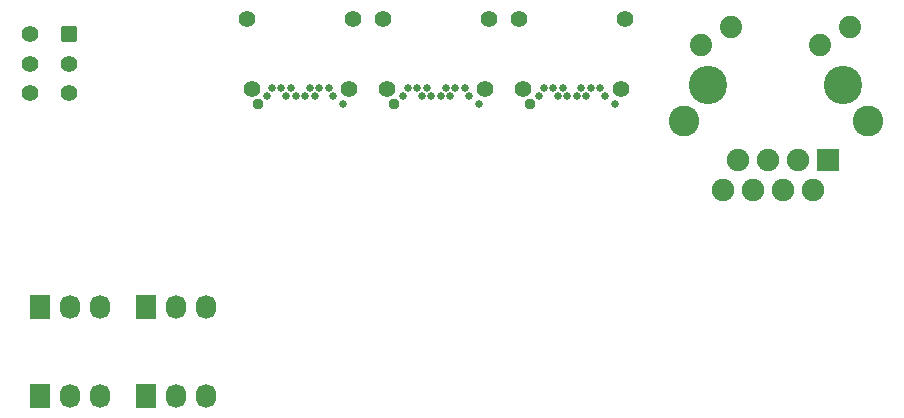
<source format=gbr>
%TF.GenerationSoftware,KiCad,Pcbnew,9.0.2*%
%TF.CreationDate,2025-06-30T16:35:09-05:00*%
%TF.ProjectId,main,6d61696e-2e6b-4696-9361-645f70636258,rev?*%
%TF.SameCoordinates,Original*%
%TF.FileFunction,Soldermask,Bot*%
%TF.FilePolarity,Negative*%
%FSLAX46Y46*%
G04 Gerber Fmt 4.6, Leading zero omitted, Abs format (unit mm)*
G04 Created by KiCad (PCBNEW 9.0.2) date 2025-06-30 16:35:09*
%MOMM*%
%LPD*%
G01*
G04 APERTURE LIST*
G04 Aperture macros list*
%AMRoundRect*
0 Rectangle with rounded corners*
0 $1 Rounding radius*
0 $2 $3 $4 $5 $6 $7 $8 $9 X,Y pos of 4 corners*
0 Add a 4 corners polygon primitive as box body*
4,1,4,$2,$3,$4,$5,$6,$7,$8,$9,$2,$3,0*
0 Add four circle primitives for the rounded corners*
1,1,$1+$1,$2,$3*
1,1,$1+$1,$4,$5*
1,1,$1+$1,$6,$7*
1,1,$1+$1,$8,$9*
0 Add four rect primitives between the rounded corners*
20,1,$1+$1,$2,$3,$4,$5,0*
20,1,$1+$1,$4,$5,$6,$7,0*
20,1,$1+$1,$6,$7,$8,$9,0*
20,1,$1+$1,$8,$9,$2,$3,0*%
G04 Aperture macros list end*
%ADD10R,1.730000X2.030000*%
%ADD11O,1.730000X2.030000*%
%ADD12C,0.650000*%
%ADD13C,0.950000*%
%ADD14C,1.400000*%
%ADD15C,3.250000*%
%ADD16C,1.890000*%
%ADD17R,1.900000X1.900000*%
%ADD18C,1.900000*%
%ADD19C,2.600000*%
%ADD20RoundRect,0.250000X-0.450000X0.450000X-0.450000X-0.450000X0.450000X-0.450000X0.450000X0.450000X0*%
G04 APERTURE END LIST*
D10*
%TO.C,M1*%
X110200000Y-85375000D03*
D11*
X112740000Y-85375000D03*
X115280000Y-85375000D03*
%TD*%
D12*
%TO.C,J1*%
X158850000Y-60610000D03*
D13*
X151650000Y-60610000D03*
D12*
X152450000Y-59960000D03*
X152850000Y-59260000D03*
X153650000Y-59260000D03*
X154050000Y-59960000D03*
X154450000Y-59260000D03*
X154850000Y-59960000D03*
X155650000Y-59960000D03*
X156050000Y-59260000D03*
X156450000Y-59960000D03*
X156850000Y-59260000D03*
X157650000Y-59260000D03*
X158050000Y-59960000D03*
D14*
X159740000Y-53410000D03*
X159380000Y-59360000D03*
X151120000Y-59360000D03*
X150760000Y-53410000D03*
%TD*%
D10*
%TO.C,M2*%
X119200000Y-77875000D03*
D11*
X121740000Y-77875000D03*
X124280000Y-77875000D03*
%TD*%
D15*
%TO.C,J6*%
X178215000Y-59030000D03*
X166785000Y-59030000D03*
D16*
X166175000Y-55650000D03*
X168715000Y-54130000D03*
X176285000Y-55650000D03*
X178825000Y-54130000D03*
D17*
X176945000Y-65370000D03*
D18*
X175675000Y-67910000D03*
X174405000Y-65370000D03*
X173135000Y-67910000D03*
X171865000Y-65370000D03*
X170595000Y-67910000D03*
X169325000Y-65370000D03*
X168055000Y-67910000D03*
D19*
X180275000Y-62080000D03*
X164725000Y-62080000D03*
%TD*%
D12*
%TO.C,J4*%
X135850000Y-60610000D03*
D13*
X128650000Y-60610000D03*
D12*
X129450000Y-59960000D03*
X129850000Y-59260000D03*
X130650000Y-59260000D03*
X131050000Y-59960000D03*
X131450000Y-59260000D03*
X131850000Y-59960000D03*
X132650000Y-59960000D03*
X133050000Y-59260000D03*
X133450000Y-59960000D03*
X133850000Y-59260000D03*
X134650000Y-59260000D03*
X135050000Y-59960000D03*
D14*
X136740000Y-53410000D03*
X136380000Y-59360000D03*
X128120000Y-59360000D03*
X127760000Y-53410000D03*
%TD*%
D10*
%TO.C,M3*%
X119200000Y-85375000D03*
D11*
X121740000Y-85375000D03*
X124280000Y-85375000D03*
%TD*%
D10*
%TO.C,M4*%
X110200000Y-77875000D03*
D11*
X112740000Y-77875000D03*
X115280000Y-77875000D03*
%TD*%
D12*
%TO.C,J3*%
X147350000Y-60610000D03*
D13*
X140150000Y-60610000D03*
D12*
X140950000Y-59960000D03*
X141350000Y-59260000D03*
X142150000Y-59260000D03*
X142550000Y-59960000D03*
X142950000Y-59260000D03*
X143350000Y-59960000D03*
X144150000Y-59960000D03*
X144550000Y-59260000D03*
X144950000Y-59960000D03*
X145350000Y-59260000D03*
X146150000Y-59260000D03*
X146550000Y-59960000D03*
D14*
X148240000Y-53410000D03*
X147880000Y-59360000D03*
X139620000Y-59360000D03*
X139260000Y-53410000D03*
%TD*%
D20*
%TO.C,SW1*%
X112642500Y-54750000D03*
D14*
X112642500Y-57250000D03*
X112642500Y-59750000D03*
X109342500Y-59750000D03*
X109342500Y-57250000D03*
X109342500Y-54750000D03*
%TD*%
M02*

</source>
